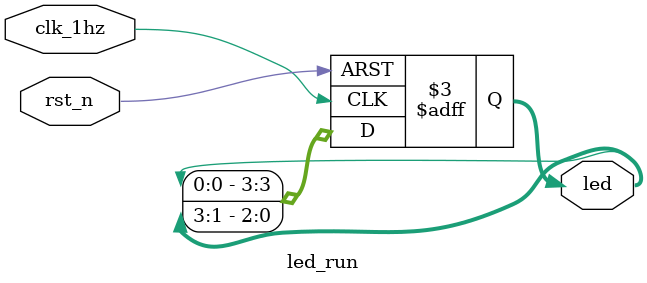
<source format=v>
module led_run(clk_1hz, rst_n, led);

	input clk_1hz;												//输入时钟：1HZ
	input rst_n;												//系统复位：低电平有效

	output reg [3:0] led;									//4个led：低电平点亮
	
	always @ (posedge clk_1hz or negedge rst_n)
	begin
		if(!rst_n)
			begin
				led <= 4'b0111;								//最高位灯点亮
			end
		else
			begin
				led <= {led[0],led[3:1]};					//右移位
			end
	end

//	reg [1:0] state;											//状态寄存器
//
//	`define s0 2'b00											//定参(全局参数)
//	`define s1 2'b01
//	`define s2 2'b10
//	`define s3 2'b11
//	
//	/*******行为建模(时序逻辑)*******/
//	always @ (posedge clk_1hz or negedge rst_n)		//异步复位
//	begin
//		if(!rst_n)												//复位
//			begin
//				state <= `s0;									//状态停在s0
//				led <= 4'b0;									//4个led灯全亮
//			end
//		else														//置位
//			begin
//				case(state)										//状态机结构描述
//					`s0	:	begin
//									led <= 4'b0111;			//最高位灯点亮
//									state <= `s1;				//状态跳转s1
//								end
//								
//					`s1	:	begin
//									led <= 4'b1011;			//次高位灯点亮
//									state <= `s2;				//状态跳转s2
//								end
//								
//					`s2	:	begin
//									led <= 4'b1101;			//次低位灯点亮
//									state <= `s3;				//状态跳转s3
//								end
//								
//					`s3	:	begin
//									led <= 4'b1110;			//最低位灯点亮
//									state <= `s0;				//状态跳转s0
//								end
//					
//					default	:	state <= `s0;				//安全行为（其他情况状态停在s0）
//				endcase
//			end
//	end

endmodule 

</source>
